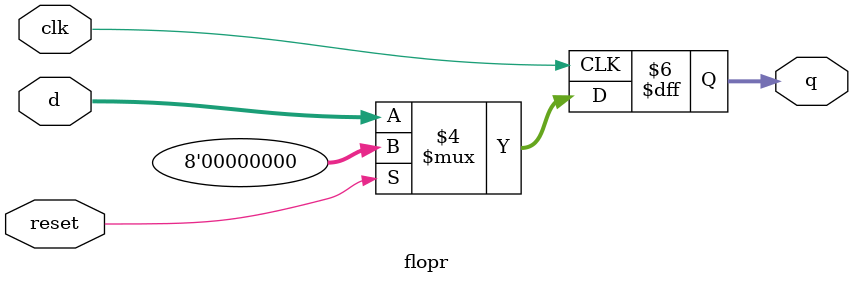
<source format=v>
`timescale 1ns / 1ps
module flopr #(parameter WIDTH = 8)
              (input clk, reset,
               input [WIDTH - 1:0] d,
               output reg [WIDTH - 1:0] q);
    initial
        q <= 0;
    always@(posedge clk)
        if (reset)  q <= 0;
        else        q <= d;
endmodule
</source>
